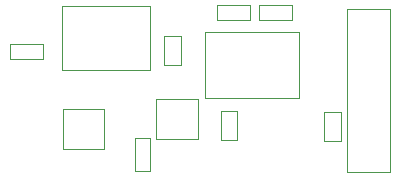
<source format=gbr>
G04 #@! TF.GenerationSoftware,KiCad,Pcbnew,(2018-02-16 revision c95340fba)-makepkg*
G04 #@! TF.CreationDate,2018-04-16T21:08:27+02:00*
G04 #@! TF.ProjectId,lin_bb,6C696E5F62622E6B696361645F706362,rev?*
G04 #@! TF.SameCoordinates,Original*
G04 #@! TF.FileFunction,Other,User*
%FSLAX46Y46*%
G04 Gerber Fmt 4.6, Leading zero omitted, Abs format (unit mm)*
G04 Created by KiCad (PCBNEW (2018-02-16 revision c95340fba)-makepkg) date 04/16/18 21:08:27*
%MOMM*%
%LPD*%
G01*
G04 APERTURE LIST*
%ADD10C,0.050000*%
G04 APERTURE END LIST*
D10*
X147114500Y-123383500D02*
X147114500Y-120583500D01*
X147114500Y-123383500D02*
X148414500Y-123383500D01*
X148414500Y-120583500D02*
X147114500Y-120583500D01*
X148414500Y-120583500D02*
X148414500Y-123383500D01*
X139322000Y-113934000D02*
X136522000Y-113934000D01*
X139322000Y-113934000D02*
X139322000Y-112634000D01*
X136522000Y-112634000D02*
X136522000Y-113934000D01*
X136522000Y-112634000D02*
X139322000Y-112634000D01*
X168678000Y-109706000D02*
X165078000Y-109706000D01*
X168678000Y-123456000D02*
X168678000Y-109706000D01*
X165078000Y-123456000D02*
X168678000Y-123456000D01*
X165078000Y-109706000D02*
X165078000Y-123456000D01*
X151004500Y-111970500D02*
X151004500Y-114470500D01*
X151004500Y-111970500D02*
X149604500Y-111970500D01*
X149604500Y-114470500D02*
X151004500Y-114470500D01*
X149604500Y-114470500D02*
X149604500Y-111970500D01*
X140923000Y-114841000D02*
X148383000Y-114841000D01*
X140923000Y-109441000D02*
X148383000Y-109441000D01*
X148383000Y-109441000D02*
X148383000Y-114841000D01*
X140923000Y-109441000D02*
X140923000Y-114841000D01*
X154048000Y-109332000D02*
X156848000Y-109332000D01*
X154048000Y-109332000D02*
X154048000Y-110632000D01*
X156848000Y-110632000D02*
X156848000Y-109332000D01*
X156848000Y-110632000D02*
X154048000Y-110632000D01*
X160392000Y-110632000D02*
X157592000Y-110632000D01*
X160392000Y-110632000D02*
X160392000Y-109332000D01*
X157592000Y-109332000D02*
X157592000Y-110632000D01*
X157592000Y-109332000D02*
X160392000Y-109332000D01*
X144498000Y-121588000D02*
X140998000Y-121588000D01*
X144498000Y-118188000D02*
X144498000Y-121588000D01*
X140998000Y-118188000D02*
X144498000Y-118188000D01*
X140998000Y-121588000D02*
X140998000Y-118188000D01*
X164530000Y-118384000D02*
X164530000Y-120884000D01*
X164530000Y-118384000D02*
X163130000Y-118384000D01*
X163130000Y-120884000D02*
X164530000Y-120884000D01*
X163130000Y-120884000D02*
X163130000Y-118384000D01*
X152435500Y-120699000D02*
X148935500Y-120699000D01*
X152435500Y-117299000D02*
X152435500Y-120699000D01*
X148935500Y-117299000D02*
X152435500Y-117299000D01*
X148935500Y-120699000D02*
X148935500Y-117299000D01*
X153085500Y-117227000D02*
X160985500Y-117227000D01*
X153085500Y-111627000D02*
X160985500Y-111627000D01*
X160985500Y-111627000D02*
X160985500Y-117227000D01*
X153085500Y-111627000D02*
X153085500Y-117227000D01*
X154367000Y-120820500D02*
X154367000Y-118320500D01*
X154367000Y-120820500D02*
X155767000Y-120820500D01*
X155767000Y-118320500D02*
X154367000Y-118320500D01*
X155767000Y-118320500D02*
X155767000Y-120820500D01*
M02*

</source>
